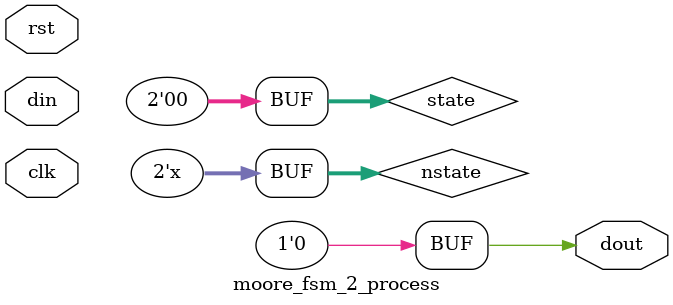
<source format=v>
`timescale 1ns / 1ps
 
module moore_fsm_2_process(
    input clk, rst, din,
    output reg dout
    );
    parameter idle = 0;
    parameter s0 = 1;
    parameter s1 = 2; 
     
    reg [1:0] state = idle, nstate = idle;   
        
    /////three process methodology 
     
    /////reset logic  -----Sequential process  
    always@(posedge clk)
    begin
     if(rst == 1'b1)
       state <= idle;
     else
       state <= nstate;
    end 
        
    ///////////output decoder + next state decoder
    always@(state,din)
    begin
        case(state)
            idle: begin
              dout = 1'b0; 
              nstate = s0;   
            end
             
            s0 : begin
              dout = 1'b0;
            if(din == 1'b1)
               nstate = s1;
            else
               nstate = s0;
            end
             
            s1: begin
              dout = 1'b1;
              if(din == 1'b1)
               nstate = s0;
             else
               nstate = s1;
            end 
            default: begin
                dout = 1'b0;
                state = idle;
            end   
        endcase
    end
       
endmodule
</source>
